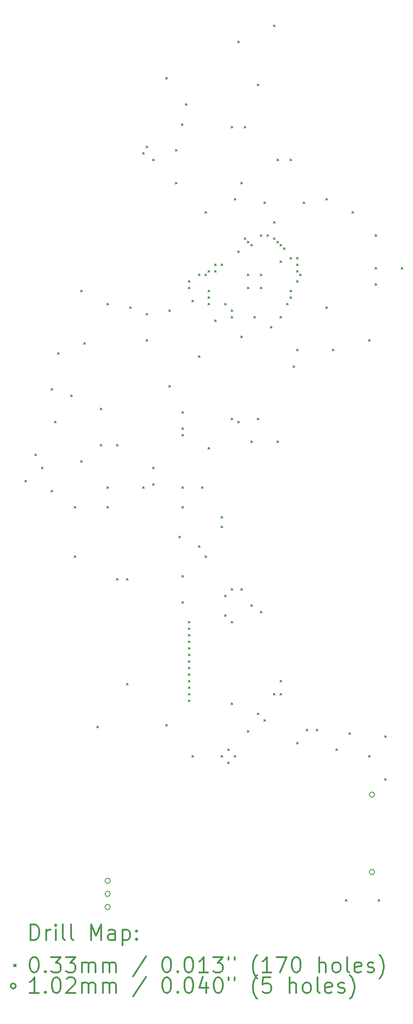
<source format=gbr>
%FSLAX45Y45*%
G04 Gerber Fmt 4.5, Leading zero omitted, Abs format (unit mm)*
G04 Created by KiCad (PCBNEW (5.1.5)-3) date 2020-02-08 22:33:45*
%MOMM*%
%LPD*%
G04 APERTURE LIST*
%ADD10C,0.200000*%
%ADD11C,0.300000*%
G04 APERTURE END LIST*
D10*
X8682990Y-11222990D02*
X8716010Y-11256010D01*
X8716010Y-11222990D02*
X8682990Y-11256010D01*
X8873490Y-10714990D02*
X8906510Y-10748010D01*
X8906510Y-10714990D02*
X8873490Y-10748010D01*
X9000490Y-10968990D02*
X9033510Y-11002010D01*
X9033510Y-10968990D02*
X9000490Y-11002010D01*
X9190990Y-9444990D02*
X9224010Y-9478010D01*
X9224010Y-9444990D02*
X9190990Y-9478010D01*
X9190990Y-11413490D02*
X9224010Y-11446510D01*
X9224010Y-11413490D02*
X9190990Y-11446510D01*
X9254490Y-10079990D02*
X9287510Y-10113010D01*
X9287510Y-10079990D02*
X9254490Y-10113010D01*
X9317990Y-8746490D02*
X9351010Y-8779510D01*
X9351010Y-8746490D02*
X9317990Y-8779510D01*
X9571990Y-9571990D02*
X9605010Y-9605010D01*
X9605010Y-9571990D02*
X9571990Y-9605010D01*
X9635490Y-11730990D02*
X9668510Y-11764010D01*
X9668510Y-11730990D02*
X9635490Y-11764010D01*
X9635490Y-12683490D02*
X9668510Y-12716510D01*
X9668510Y-12683490D02*
X9635490Y-12716510D01*
X9762490Y-7539990D02*
X9795510Y-7573010D01*
X9795510Y-7539990D02*
X9762490Y-7573010D01*
X9762490Y-10841990D02*
X9795510Y-10875010D01*
X9795510Y-10841990D02*
X9762490Y-10875010D01*
X9825990Y-8555990D02*
X9859010Y-8589010D01*
X9859010Y-8555990D02*
X9825990Y-8589010D01*
X10079990Y-15985490D02*
X10113010Y-16018510D01*
X10113010Y-15985490D02*
X10079990Y-16018510D01*
X10143490Y-9825990D02*
X10176510Y-9859010D01*
X10176510Y-9825990D02*
X10143490Y-9859010D01*
X10143490Y-10524490D02*
X10176510Y-10557510D01*
X10176510Y-10524490D02*
X10143490Y-10557510D01*
X10270490Y-7793990D02*
X10303510Y-7827010D01*
X10303510Y-7793990D02*
X10270490Y-7827010D01*
X10270490Y-11349990D02*
X10303510Y-11383010D01*
X10303510Y-11349990D02*
X10270490Y-11383010D01*
X10270490Y-11730990D02*
X10303510Y-11764010D01*
X10303510Y-11730990D02*
X10270490Y-11764010D01*
X10460990Y-10524490D02*
X10494010Y-10557510D01*
X10494010Y-10524490D02*
X10460990Y-10557510D01*
X10460990Y-13127990D02*
X10494010Y-13161010D01*
X10494010Y-13127990D02*
X10460990Y-13161010D01*
X10651490Y-13127990D02*
X10684510Y-13161010D01*
X10684510Y-13127990D02*
X10651490Y-13161010D01*
X10651490Y-15159990D02*
X10684510Y-15193010D01*
X10684510Y-15159990D02*
X10651490Y-15193010D01*
X10714990Y-7857490D02*
X10748010Y-7890510D01*
X10748010Y-7857490D02*
X10714990Y-7890510D01*
X10968990Y-4872990D02*
X11002010Y-4906010D01*
X11002010Y-4872990D02*
X10968990Y-4906010D01*
X10968990Y-11349990D02*
X11002010Y-11383010D01*
X11002010Y-11349990D02*
X10968990Y-11383010D01*
X11032490Y-4745990D02*
X11065510Y-4779010D01*
X11065510Y-4745990D02*
X11032490Y-4779010D01*
X11032490Y-7984490D02*
X11065510Y-8017510D01*
X11065510Y-7984490D02*
X11032490Y-8017510D01*
X11032490Y-8492490D02*
X11065510Y-8525510D01*
X11065510Y-8492490D02*
X11032490Y-8525510D01*
X11159490Y-4999990D02*
X11192510Y-5033010D01*
X11192510Y-4999990D02*
X11159490Y-5033010D01*
X11159490Y-10968990D02*
X11192510Y-11002010D01*
X11192510Y-10968990D02*
X11159490Y-11002010D01*
X11159490Y-11286490D02*
X11192510Y-11319510D01*
X11192510Y-11286490D02*
X11159490Y-11319510D01*
X11413490Y-3412490D02*
X11446510Y-3445510D01*
X11446510Y-3412490D02*
X11413490Y-3445510D01*
X11413490Y-15956490D02*
X11446510Y-15989510D01*
X11446510Y-15956490D02*
X11413490Y-15989510D01*
X11476990Y-7920990D02*
X11510010Y-7954010D01*
X11510010Y-7920990D02*
X11476990Y-7954010D01*
X11476990Y-9381490D02*
X11510010Y-9414510D01*
X11510010Y-9381490D02*
X11476990Y-9414510D01*
X11603990Y-4809490D02*
X11637010Y-4842510D01*
X11637010Y-4809490D02*
X11603990Y-4842510D01*
X11603990Y-5444490D02*
X11637010Y-5477510D01*
X11637010Y-5444490D02*
X11603990Y-5477510D01*
X11667490Y-12302490D02*
X11700510Y-12335510D01*
X11700510Y-12302490D02*
X11667490Y-12335510D01*
X11718290Y-4314190D02*
X11751310Y-4347210D01*
X11751310Y-4314190D02*
X11718290Y-4347210D01*
X11730990Y-9889490D02*
X11764010Y-9922510D01*
X11764010Y-9889490D02*
X11730990Y-9922510D01*
X11730990Y-10206990D02*
X11764010Y-10240010D01*
X11764010Y-10206990D02*
X11730990Y-10240010D01*
X11730990Y-10333990D02*
X11764010Y-10367010D01*
X11764010Y-10333990D02*
X11730990Y-10367010D01*
X11730990Y-11349990D02*
X11764010Y-11383010D01*
X11764010Y-11349990D02*
X11730990Y-11383010D01*
X11730990Y-11730990D02*
X11764010Y-11764010D01*
X11764010Y-11730990D02*
X11730990Y-11764010D01*
X11730990Y-13064490D02*
X11764010Y-13097510D01*
X11764010Y-13064490D02*
X11730990Y-13097510D01*
X11730990Y-13572490D02*
X11764010Y-13605510D01*
X11764010Y-13572490D02*
X11730990Y-13605510D01*
X11794490Y-3920490D02*
X11827510Y-3953510D01*
X11827510Y-3920490D02*
X11794490Y-3953510D01*
X11857990Y-7349490D02*
X11891010Y-7382510D01*
X11891010Y-7349490D02*
X11857990Y-7382510D01*
X11857990Y-7476490D02*
X11891010Y-7509510D01*
X11891010Y-7476490D02*
X11857990Y-7509510D01*
X11857990Y-13953490D02*
X11891010Y-13986510D01*
X11891010Y-13953490D02*
X11857990Y-13986510D01*
X11857990Y-14080490D02*
X11891010Y-14113510D01*
X11891010Y-14080490D02*
X11857990Y-14113510D01*
X11857990Y-14207490D02*
X11891010Y-14240510D01*
X11891010Y-14207490D02*
X11857990Y-14240510D01*
X11857990Y-14334490D02*
X11891010Y-14367510D01*
X11891010Y-14334490D02*
X11857990Y-14367510D01*
X11857990Y-14461490D02*
X11891010Y-14494510D01*
X11891010Y-14461490D02*
X11857990Y-14494510D01*
X11857990Y-14588490D02*
X11891010Y-14621510D01*
X11891010Y-14588490D02*
X11857990Y-14621510D01*
X11857990Y-14715490D02*
X11891010Y-14748510D01*
X11891010Y-14715490D02*
X11857990Y-14748510D01*
X11857990Y-14842490D02*
X11891010Y-14875510D01*
X11891010Y-14842490D02*
X11857990Y-14875510D01*
X11857990Y-14969490D02*
X11891010Y-15002510D01*
X11891010Y-14969490D02*
X11857990Y-15002510D01*
X11857990Y-15096490D02*
X11891010Y-15129510D01*
X11891010Y-15096490D02*
X11857990Y-15129510D01*
X11857990Y-15223490D02*
X11891010Y-15256510D01*
X11891010Y-15223490D02*
X11857990Y-15256510D01*
X11857990Y-15350490D02*
X11891010Y-15383510D01*
X11891010Y-15350490D02*
X11857990Y-15383510D01*
X11857990Y-15477490D02*
X11891010Y-15510510D01*
X11891010Y-15477490D02*
X11857990Y-15510510D01*
X11921490Y-7730490D02*
X11954510Y-7763510D01*
X11954510Y-7730490D02*
X11921490Y-7763510D01*
X11921490Y-16556990D02*
X11954510Y-16590010D01*
X11954510Y-16556990D02*
X11921490Y-16590010D01*
X12048490Y-7222490D02*
X12081510Y-7255510D01*
X12081510Y-7222490D02*
X12048490Y-7255510D01*
X12048490Y-8809990D02*
X12081510Y-8843010D01*
X12081510Y-8809990D02*
X12048490Y-8843010D01*
X12048490Y-12492990D02*
X12081510Y-12526010D01*
X12081510Y-12492990D02*
X12048490Y-12526010D01*
X12111990Y-11349990D02*
X12145010Y-11383010D01*
X12145010Y-11349990D02*
X12111990Y-11383010D01*
X12175490Y-6015990D02*
X12208510Y-6049010D01*
X12208510Y-6015990D02*
X12175490Y-6049010D01*
X12175490Y-7222490D02*
X12208510Y-7255510D01*
X12208510Y-7222490D02*
X12175490Y-7255510D01*
X12175490Y-12683490D02*
X12208510Y-12716510D01*
X12208510Y-12683490D02*
X12175490Y-12716510D01*
X12238990Y-7158990D02*
X12272010Y-7192010D01*
X12272010Y-7158990D02*
X12238990Y-7192010D01*
X12238990Y-7539990D02*
X12272010Y-7573010D01*
X12272010Y-7539990D02*
X12238990Y-7573010D01*
X12238990Y-7666990D02*
X12272010Y-7700010D01*
X12272010Y-7666990D02*
X12238990Y-7700010D01*
X12238990Y-7793990D02*
X12272010Y-7827010D01*
X12272010Y-7793990D02*
X12238990Y-7827010D01*
X12238990Y-10587990D02*
X12272010Y-10621010D01*
X12272010Y-10587990D02*
X12238990Y-10621010D01*
X12365990Y-7031990D02*
X12399010Y-7065010D01*
X12399010Y-7031990D02*
X12365990Y-7065010D01*
X12365990Y-7158990D02*
X12399010Y-7192010D01*
X12399010Y-7158990D02*
X12365990Y-7192010D01*
X12365990Y-8111490D02*
X12399010Y-8144510D01*
X12399010Y-8111490D02*
X12365990Y-8144510D01*
X12492990Y-7031990D02*
X12526010Y-7065010D01*
X12526010Y-7031990D02*
X12492990Y-7065010D01*
X12492990Y-11921490D02*
X12526010Y-11954510D01*
X12526010Y-11921490D02*
X12492990Y-11954510D01*
X12492990Y-12111990D02*
X12526010Y-12145010D01*
X12526010Y-12111990D02*
X12492990Y-12145010D01*
X12492990Y-16556990D02*
X12526010Y-16590010D01*
X12526010Y-16556990D02*
X12492990Y-16590010D01*
X12556490Y-7793990D02*
X12589510Y-7827010D01*
X12589510Y-7793990D02*
X12556490Y-7827010D01*
X12556490Y-13445490D02*
X12589510Y-13478510D01*
X12589510Y-13445490D02*
X12556490Y-13478510D01*
X12556490Y-13826490D02*
X12589510Y-13859510D01*
X12589510Y-13826490D02*
X12556490Y-13859510D01*
X12619990Y-16429990D02*
X12653010Y-16463010D01*
X12653010Y-16429990D02*
X12619990Y-16463010D01*
X12619990Y-16683990D02*
X12653010Y-16717010D01*
X12653010Y-16683990D02*
X12619990Y-16717010D01*
X12683490Y-4364990D02*
X12716510Y-4398010D01*
X12716510Y-4364990D02*
X12683490Y-4398010D01*
X12683490Y-7920990D02*
X12716510Y-7954010D01*
X12716510Y-7920990D02*
X12683490Y-7954010D01*
X12683490Y-8047990D02*
X12716510Y-8081010D01*
X12716510Y-8047990D02*
X12683490Y-8081010D01*
X12683490Y-10016490D02*
X12716510Y-10049510D01*
X12716510Y-10016490D02*
X12683490Y-10049510D01*
X12683490Y-13318490D02*
X12716510Y-13351510D01*
X12716510Y-13318490D02*
X12683490Y-13351510D01*
X12683490Y-13953490D02*
X12716510Y-13986510D01*
X12716510Y-13953490D02*
X12683490Y-13986510D01*
X12683490Y-15540990D02*
X12716510Y-15574010D01*
X12716510Y-15540990D02*
X12683490Y-15574010D01*
X12746990Y-5761990D02*
X12780010Y-5795010D01*
X12780010Y-5761990D02*
X12746990Y-5795010D01*
X12746990Y-16556990D02*
X12780010Y-16590010D01*
X12780010Y-16556990D02*
X12746990Y-16590010D01*
X12810490Y-2713990D02*
X12843510Y-2747010D01*
X12843510Y-2713990D02*
X12810490Y-2747010D01*
X12810490Y-6777990D02*
X12843510Y-6811010D01*
X12843510Y-6777990D02*
X12810490Y-6811010D01*
X12810490Y-10079990D02*
X12843510Y-10113010D01*
X12843510Y-10079990D02*
X12810490Y-10113010D01*
X12873990Y-5444490D02*
X12907010Y-5477510D01*
X12907010Y-5444490D02*
X12873990Y-5477510D01*
X12873990Y-8428990D02*
X12907010Y-8462010D01*
X12907010Y-8428990D02*
X12873990Y-8462010D01*
X12873990Y-13318490D02*
X12907010Y-13351510D01*
X12907010Y-13318490D02*
X12873990Y-13351510D01*
X12937490Y-4364990D02*
X12970510Y-4398010D01*
X12970510Y-4364990D02*
X12937490Y-4398010D01*
X12937490Y-6523990D02*
X12970510Y-6557010D01*
X12970510Y-6523990D02*
X12937490Y-6557010D01*
X13000990Y-6587490D02*
X13034010Y-6620510D01*
X13034010Y-6587490D02*
X13000990Y-6620510D01*
X13000990Y-7222490D02*
X13034010Y-7255510D01*
X13034010Y-7222490D02*
X13000990Y-7255510D01*
X13000990Y-7476490D02*
X13034010Y-7509510D01*
X13034010Y-7476490D02*
X13000990Y-7509510D01*
X13000990Y-16069924D02*
X13034010Y-16102944D01*
X13034010Y-16069924D02*
X13000990Y-16102944D01*
X13064490Y-6650990D02*
X13097510Y-6684010D01*
X13097510Y-6650990D02*
X13064490Y-6684010D01*
X13064490Y-10460990D02*
X13097510Y-10494010D01*
X13097510Y-10460990D02*
X13064490Y-10494010D01*
X13064490Y-13635990D02*
X13097510Y-13669010D01*
X13097510Y-13635990D02*
X13064490Y-13669010D01*
X13127990Y-8047990D02*
X13161010Y-8081010D01*
X13161010Y-8047990D02*
X13127990Y-8081010D01*
X13191490Y-3539490D02*
X13224510Y-3572510D01*
X13224510Y-3539490D02*
X13191490Y-3572510D01*
X13191490Y-10016490D02*
X13224510Y-10049510D01*
X13224510Y-10016490D02*
X13191490Y-10049510D01*
X13191490Y-15731490D02*
X13224510Y-15764510D01*
X13224510Y-15731490D02*
X13191490Y-15764510D01*
X13254990Y-6460490D02*
X13288010Y-6493510D01*
X13288010Y-6460490D02*
X13254990Y-6493510D01*
X13254990Y-7222490D02*
X13288010Y-7255510D01*
X13288010Y-7222490D02*
X13254990Y-7255510D01*
X13254990Y-7476490D02*
X13288010Y-7509510D01*
X13288010Y-7476490D02*
X13254990Y-7509510D01*
X13254990Y-13762990D02*
X13288010Y-13796010D01*
X13288010Y-13762990D02*
X13254990Y-13796010D01*
X13318490Y-5825490D02*
X13351510Y-5858510D01*
X13351510Y-5825490D02*
X13318490Y-5858510D01*
X13318490Y-15858490D02*
X13351510Y-15891510D01*
X13351510Y-15858490D02*
X13318490Y-15891510D01*
X13381990Y-6460490D02*
X13415010Y-6493510D01*
X13415010Y-6460490D02*
X13381990Y-6493510D01*
X13445490Y-8238490D02*
X13478510Y-8271510D01*
X13478510Y-8238490D02*
X13445490Y-8271510D01*
X13508990Y-2396490D02*
X13542010Y-2429510D01*
X13542010Y-2396490D02*
X13508990Y-2429510D01*
X13508990Y-6206490D02*
X13542010Y-6239510D01*
X13542010Y-6206490D02*
X13508990Y-6239510D01*
X13508990Y-6523990D02*
X13542010Y-6557010D01*
X13542010Y-6523990D02*
X13508990Y-6557010D01*
X13508990Y-15350490D02*
X13542010Y-15383510D01*
X13542010Y-15350490D02*
X13508990Y-15383510D01*
X13572490Y-4999990D02*
X13605510Y-5033010D01*
X13605510Y-4999990D02*
X13572490Y-5033010D01*
X13572490Y-6587490D02*
X13605510Y-6620510D01*
X13605510Y-6587490D02*
X13572490Y-6620510D01*
X13572490Y-10460990D02*
X13605510Y-10494010D01*
X13605510Y-10460990D02*
X13572490Y-10494010D01*
X13635990Y-6650990D02*
X13669010Y-6684010D01*
X13669010Y-6650990D02*
X13635990Y-6684010D01*
X13635990Y-6968490D02*
X13669010Y-7001510D01*
X13669010Y-6968490D02*
X13635990Y-7001510D01*
X13635990Y-8047990D02*
X13669010Y-8081010D01*
X13669010Y-8047990D02*
X13635990Y-8081010D01*
X13635990Y-15096490D02*
X13669010Y-15129510D01*
X13669010Y-15096490D02*
X13635990Y-15129510D01*
X13635990Y-15350490D02*
X13669010Y-15383510D01*
X13669010Y-15350490D02*
X13635990Y-15383510D01*
X13699490Y-6714490D02*
X13732510Y-6747510D01*
X13732510Y-6714490D02*
X13699490Y-6747510D01*
X13762990Y-7793990D02*
X13796010Y-7827010D01*
X13796010Y-7793990D02*
X13762990Y-7827010D01*
X13826490Y-4999990D02*
X13859510Y-5033010D01*
X13859510Y-4999990D02*
X13826490Y-5033010D01*
X13826490Y-6904990D02*
X13859510Y-6938010D01*
X13859510Y-6904990D02*
X13826490Y-6938010D01*
X13826490Y-7539990D02*
X13859510Y-7573010D01*
X13859510Y-7539990D02*
X13826490Y-7573010D01*
X13826490Y-7666990D02*
X13859510Y-7700010D01*
X13859510Y-7666990D02*
X13826490Y-7700010D01*
X13889990Y-9000490D02*
X13923010Y-9033510D01*
X13923010Y-9000490D02*
X13889990Y-9033510D01*
X13953490Y-6904990D02*
X13986510Y-6938010D01*
X13986510Y-6904990D02*
X13953490Y-6938010D01*
X13953490Y-7031990D02*
X13986510Y-7065010D01*
X13986510Y-7031990D02*
X13953490Y-7065010D01*
X13953490Y-7158990D02*
X13986510Y-7192010D01*
X13986510Y-7158990D02*
X13953490Y-7192010D01*
X13953490Y-7349490D02*
X13986510Y-7382510D01*
X13986510Y-7349490D02*
X13953490Y-7382510D01*
X13953490Y-8682990D02*
X13986510Y-8716010D01*
X13986510Y-8682990D02*
X13953490Y-8716010D01*
X13953490Y-16302990D02*
X13986510Y-16336010D01*
X13986510Y-16302990D02*
X13953490Y-16336010D01*
X14016990Y-7222490D02*
X14050010Y-7255510D01*
X14050010Y-7222490D02*
X14016990Y-7255510D01*
X14080490Y-5825490D02*
X14113510Y-5858510D01*
X14113510Y-5825490D02*
X14080490Y-5858510D01*
X14143990Y-16048990D02*
X14177010Y-16082010D01*
X14177010Y-16048990D02*
X14143990Y-16082010D01*
X14334490Y-16048990D02*
X14367510Y-16082010D01*
X14367510Y-16048990D02*
X14334490Y-16082010D01*
X14524990Y-5761990D02*
X14558010Y-5795010D01*
X14558010Y-5761990D02*
X14524990Y-5795010D01*
X14524990Y-7857490D02*
X14558010Y-7890510D01*
X14558010Y-7857490D02*
X14524990Y-7890510D01*
X14651990Y-8682990D02*
X14685010Y-8716010D01*
X14685010Y-8682990D02*
X14651990Y-8716010D01*
X14715490Y-16429990D02*
X14748510Y-16463010D01*
X14748510Y-16429990D02*
X14715490Y-16463010D01*
X14905990Y-19350990D02*
X14939010Y-19384010D01*
X14939010Y-19350990D02*
X14905990Y-19384010D01*
X14969490Y-16112490D02*
X15002510Y-16145510D01*
X15002510Y-16112490D02*
X14969490Y-16145510D01*
X15032990Y-6015990D02*
X15066010Y-6049010D01*
X15066010Y-6015990D02*
X15032990Y-6049010D01*
X15350490Y-8492490D02*
X15383510Y-8525510D01*
X15383510Y-8492490D02*
X15350490Y-8525510D01*
X15350490Y-16556990D02*
X15383510Y-16590010D01*
X15383510Y-16556990D02*
X15350490Y-16590010D01*
X15477490Y-6460490D02*
X15510510Y-6493510D01*
X15510510Y-6460490D02*
X15477490Y-6493510D01*
X15477490Y-7095490D02*
X15510510Y-7128510D01*
X15510510Y-7095490D02*
X15477490Y-7128510D01*
X15477490Y-7412990D02*
X15510510Y-7446010D01*
X15510510Y-7412990D02*
X15477490Y-7446010D01*
X15540990Y-19350990D02*
X15574010Y-19384010D01*
X15574010Y-19350990D02*
X15540990Y-19384010D01*
X15667990Y-16175990D02*
X15701010Y-16209010D01*
X15701010Y-16175990D02*
X15667990Y-16209010D01*
X15667990Y-17001490D02*
X15701010Y-17034510D01*
X15701010Y-17001490D02*
X15667990Y-17034510D01*
X15985490Y-7095490D02*
X16018510Y-7128510D01*
X16018510Y-7095490D02*
X15985490Y-7128510D01*
X15468600Y-17317720D02*
G75*
G03X15468600Y-17317720I-50800J0D01*
G01*
X15468600Y-18816320D02*
G75*
G03X15468600Y-18816320I-50800J0D01*
G01*
X10337800Y-18986500D02*
G75*
G03X10337800Y-18986500I-50800J0D01*
G01*
X10337800Y-19240500D02*
G75*
G03X10337800Y-19240500I-50800J0D01*
G01*
X10337800Y-19494500D02*
G75*
G03X10337800Y-19494500I-50800J0D01*
G01*
D11*
X8791439Y-20134714D02*
X8791439Y-19834714D01*
X8862867Y-19834714D01*
X8905724Y-19849000D01*
X8934296Y-19877572D01*
X8948582Y-19906143D01*
X8962867Y-19963286D01*
X8962867Y-20006143D01*
X8948582Y-20063286D01*
X8934296Y-20091857D01*
X8905724Y-20120429D01*
X8862867Y-20134714D01*
X8791439Y-20134714D01*
X9091439Y-20134714D02*
X9091439Y-19934714D01*
X9091439Y-19991857D02*
X9105724Y-19963286D01*
X9120010Y-19949000D01*
X9148582Y-19934714D01*
X9177153Y-19934714D01*
X9277153Y-20134714D02*
X9277153Y-19934714D01*
X9277153Y-19834714D02*
X9262867Y-19849000D01*
X9277153Y-19863286D01*
X9291439Y-19849000D01*
X9277153Y-19834714D01*
X9277153Y-19863286D01*
X9462867Y-20134714D02*
X9434296Y-20120429D01*
X9420010Y-20091857D01*
X9420010Y-19834714D01*
X9620010Y-20134714D02*
X9591439Y-20120429D01*
X9577153Y-20091857D01*
X9577153Y-19834714D01*
X9962867Y-20134714D02*
X9962867Y-19834714D01*
X10062867Y-20049000D01*
X10162867Y-19834714D01*
X10162867Y-20134714D01*
X10434296Y-20134714D02*
X10434296Y-19977572D01*
X10420010Y-19949000D01*
X10391439Y-19934714D01*
X10334296Y-19934714D01*
X10305724Y-19949000D01*
X10434296Y-20120429D02*
X10405724Y-20134714D01*
X10334296Y-20134714D01*
X10305724Y-20120429D01*
X10291439Y-20091857D01*
X10291439Y-20063286D01*
X10305724Y-20034714D01*
X10334296Y-20020429D01*
X10405724Y-20020429D01*
X10434296Y-20006143D01*
X10577153Y-19934714D02*
X10577153Y-20234714D01*
X10577153Y-19949000D02*
X10605724Y-19934714D01*
X10662867Y-19934714D01*
X10691439Y-19949000D01*
X10705724Y-19963286D01*
X10720010Y-19991857D01*
X10720010Y-20077572D01*
X10705724Y-20106143D01*
X10691439Y-20120429D01*
X10662867Y-20134714D01*
X10605724Y-20134714D01*
X10577153Y-20120429D01*
X10848582Y-20106143D02*
X10862867Y-20120429D01*
X10848582Y-20134714D01*
X10834296Y-20120429D01*
X10848582Y-20106143D01*
X10848582Y-20134714D01*
X10848582Y-19949000D02*
X10862867Y-19963286D01*
X10848582Y-19977572D01*
X10834296Y-19963286D01*
X10848582Y-19949000D01*
X10848582Y-19977572D01*
X8471990Y-20612490D02*
X8505010Y-20645510D01*
X8505010Y-20612490D02*
X8471990Y-20645510D01*
X8848582Y-20464714D02*
X8877153Y-20464714D01*
X8905724Y-20479000D01*
X8920010Y-20493286D01*
X8934296Y-20521857D01*
X8948582Y-20579000D01*
X8948582Y-20650429D01*
X8934296Y-20707572D01*
X8920010Y-20736143D01*
X8905724Y-20750429D01*
X8877153Y-20764714D01*
X8848582Y-20764714D01*
X8820010Y-20750429D01*
X8805724Y-20736143D01*
X8791439Y-20707572D01*
X8777153Y-20650429D01*
X8777153Y-20579000D01*
X8791439Y-20521857D01*
X8805724Y-20493286D01*
X8820010Y-20479000D01*
X8848582Y-20464714D01*
X9077153Y-20736143D02*
X9091439Y-20750429D01*
X9077153Y-20764714D01*
X9062867Y-20750429D01*
X9077153Y-20736143D01*
X9077153Y-20764714D01*
X9191439Y-20464714D02*
X9377153Y-20464714D01*
X9277153Y-20579000D01*
X9320010Y-20579000D01*
X9348582Y-20593286D01*
X9362867Y-20607572D01*
X9377153Y-20636143D01*
X9377153Y-20707572D01*
X9362867Y-20736143D01*
X9348582Y-20750429D01*
X9320010Y-20764714D01*
X9234296Y-20764714D01*
X9205724Y-20750429D01*
X9191439Y-20736143D01*
X9477153Y-20464714D02*
X9662867Y-20464714D01*
X9562867Y-20579000D01*
X9605724Y-20579000D01*
X9634296Y-20593286D01*
X9648582Y-20607572D01*
X9662867Y-20636143D01*
X9662867Y-20707572D01*
X9648582Y-20736143D01*
X9634296Y-20750429D01*
X9605724Y-20764714D01*
X9520010Y-20764714D01*
X9491439Y-20750429D01*
X9477153Y-20736143D01*
X9791439Y-20764714D02*
X9791439Y-20564714D01*
X9791439Y-20593286D02*
X9805724Y-20579000D01*
X9834296Y-20564714D01*
X9877153Y-20564714D01*
X9905724Y-20579000D01*
X9920010Y-20607572D01*
X9920010Y-20764714D01*
X9920010Y-20607572D02*
X9934296Y-20579000D01*
X9962867Y-20564714D01*
X10005724Y-20564714D01*
X10034296Y-20579000D01*
X10048582Y-20607572D01*
X10048582Y-20764714D01*
X10191439Y-20764714D02*
X10191439Y-20564714D01*
X10191439Y-20593286D02*
X10205724Y-20579000D01*
X10234296Y-20564714D01*
X10277153Y-20564714D01*
X10305724Y-20579000D01*
X10320010Y-20607572D01*
X10320010Y-20764714D01*
X10320010Y-20607572D02*
X10334296Y-20579000D01*
X10362867Y-20564714D01*
X10405724Y-20564714D01*
X10434296Y-20579000D01*
X10448582Y-20607572D01*
X10448582Y-20764714D01*
X11034296Y-20450429D02*
X10777153Y-20836143D01*
X11420010Y-20464714D02*
X11448582Y-20464714D01*
X11477153Y-20479000D01*
X11491439Y-20493286D01*
X11505724Y-20521857D01*
X11520010Y-20579000D01*
X11520010Y-20650429D01*
X11505724Y-20707572D01*
X11491439Y-20736143D01*
X11477153Y-20750429D01*
X11448582Y-20764714D01*
X11420010Y-20764714D01*
X11391439Y-20750429D01*
X11377153Y-20736143D01*
X11362867Y-20707572D01*
X11348582Y-20650429D01*
X11348582Y-20579000D01*
X11362867Y-20521857D01*
X11377153Y-20493286D01*
X11391439Y-20479000D01*
X11420010Y-20464714D01*
X11648582Y-20736143D02*
X11662867Y-20750429D01*
X11648582Y-20764714D01*
X11634296Y-20750429D01*
X11648582Y-20736143D01*
X11648582Y-20764714D01*
X11848582Y-20464714D02*
X11877153Y-20464714D01*
X11905724Y-20479000D01*
X11920010Y-20493286D01*
X11934296Y-20521857D01*
X11948582Y-20579000D01*
X11948582Y-20650429D01*
X11934296Y-20707572D01*
X11920010Y-20736143D01*
X11905724Y-20750429D01*
X11877153Y-20764714D01*
X11848582Y-20764714D01*
X11820010Y-20750429D01*
X11805724Y-20736143D01*
X11791439Y-20707572D01*
X11777153Y-20650429D01*
X11777153Y-20579000D01*
X11791439Y-20521857D01*
X11805724Y-20493286D01*
X11820010Y-20479000D01*
X11848582Y-20464714D01*
X12234296Y-20764714D02*
X12062867Y-20764714D01*
X12148582Y-20764714D02*
X12148582Y-20464714D01*
X12120010Y-20507572D01*
X12091439Y-20536143D01*
X12062867Y-20550429D01*
X12334296Y-20464714D02*
X12520010Y-20464714D01*
X12420010Y-20579000D01*
X12462867Y-20579000D01*
X12491439Y-20593286D01*
X12505724Y-20607572D01*
X12520010Y-20636143D01*
X12520010Y-20707572D01*
X12505724Y-20736143D01*
X12491439Y-20750429D01*
X12462867Y-20764714D01*
X12377153Y-20764714D01*
X12348582Y-20750429D01*
X12334296Y-20736143D01*
X12634296Y-20464714D02*
X12634296Y-20521857D01*
X12748582Y-20464714D02*
X12748582Y-20521857D01*
X13191439Y-20879000D02*
X13177153Y-20864714D01*
X13148582Y-20821857D01*
X13134296Y-20793286D01*
X13120010Y-20750429D01*
X13105724Y-20679000D01*
X13105724Y-20621857D01*
X13120010Y-20550429D01*
X13134296Y-20507572D01*
X13148582Y-20479000D01*
X13177153Y-20436143D01*
X13191439Y-20421857D01*
X13462867Y-20764714D02*
X13291439Y-20764714D01*
X13377153Y-20764714D02*
X13377153Y-20464714D01*
X13348582Y-20507572D01*
X13320010Y-20536143D01*
X13291439Y-20550429D01*
X13562867Y-20464714D02*
X13762867Y-20464714D01*
X13634296Y-20764714D01*
X13934296Y-20464714D02*
X13962867Y-20464714D01*
X13991439Y-20479000D01*
X14005724Y-20493286D01*
X14020010Y-20521857D01*
X14034296Y-20579000D01*
X14034296Y-20650429D01*
X14020010Y-20707572D01*
X14005724Y-20736143D01*
X13991439Y-20750429D01*
X13962867Y-20764714D01*
X13934296Y-20764714D01*
X13905724Y-20750429D01*
X13891439Y-20736143D01*
X13877153Y-20707572D01*
X13862867Y-20650429D01*
X13862867Y-20579000D01*
X13877153Y-20521857D01*
X13891439Y-20493286D01*
X13905724Y-20479000D01*
X13934296Y-20464714D01*
X14391439Y-20764714D02*
X14391439Y-20464714D01*
X14520010Y-20764714D02*
X14520010Y-20607572D01*
X14505724Y-20579000D01*
X14477153Y-20564714D01*
X14434296Y-20564714D01*
X14405724Y-20579000D01*
X14391439Y-20593286D01*
X14705724Y-20764714D02*
X14677153Y-20750429D01*
X14662867Y-20736143D01*
X14648582Y-20707572D01*
X14648582Y-20621857D01*
X14662867Y-20593286D01*
X14677153Y-20579000D01*
X14705724Y-20564714D01*
X14748582Y-20564714D01*
X14777153Y-20579000D01*
X14791439Y-20593286D01*
X14805724Y-20621857D01*
X14805724Y-20707572D01*
X14791439Y-20736143D01*
X14777153Y-20750429D01*
X14748582Y-20764714D01*
X14705724Y-20764714D01*
X14977153Y-20764714D02*
X14948582Y-20750429D01*
X14934296Y-20721857D01*
X14934296Y-20464714D01*
X15205724Y-20750429D02*
X15177153Y-20764714D01*
X15120010Y-20764714D01*
X15091439Y-20750429D01*
X15077153Y-20721857D01*
X15077153Y-20607572D01*
X15091439Y-20579000D01*
X15120010Y-20564714D01*
X15177153Y-20564714D01*
X15205724Y-20579000D01*
X15220010Y-20607572D01*
X15220010Y-20636143D01*
X15077153Y-20664714D01*
X15334296Y-20750429D02*
X15362867Y-20764714D01*
X15420010Y-20764714D01*
X15448582Y-20750429D01*
X15462867Y-20721857D01*
X15462867Y-20707572D01*
X15448582Y-20679000D01*
X15420010Y-20664714D01*
X15377153Y-20664714D01*
X15348582Y-20650429D01*
X15334296Y-20621857D01*
X15334296Y-20607572D01*
X15348582Y-20579000D01*
X15377153Y-20564714D01*
X15420010Y-20564714D01*
X15448582Y-20579000D01*
X15562867Y-20879000D02*
X15577153Y-20864714D01*
X15605724Y-20821857D01*
X15620010Y-20793286D01*
X15634296Y-20750429D01*
X15648582Y-20679000D01*
X15648582Y-20621857D01*
X15634296Y-20550429D01*
X15620010Y-20507572D01*
X15605724Y-20479000D01*
X15577153Y-20436143D01*
X15562867Y-20421857D01*
X8505010Y-21025000D02*
G75*
G03X8505010Y-21025000I-50800J0D01*
G01*
X8948582Y-21160714D02*
X8777153Y-21160714D01*
X8862867Y-21160714D02*
X8862867Y-20860714D01*
X8834296Y-20903572D01*
X8805724Y-20932143D01*
X8777153Y-20946429D01*
X9077153Y-21132143D02*
X9091439Y-21146429D01*
X9077153Y-21160714D01*
X9062867Y-21146429D01*
X9077153Y-21132143D01*
X9077153Y-21160714D01*
X9277153Y-20860714D02*
X9305724Y-20860714D01*
X9334296Y-20875000D01*
X9348582Y-20889286D01*
X9362867Y-20917857D01*
X9377153Y-20975000D01*
X9377153Y-21046429D01*
X9362867Y-21103572D01*
X9348582Y-21132143D01*
X9334296Y-21146429D01*
X9305724Y-21160714D01*
X9277153Y-21160714D01*
X9248582Y-21146429D01*
X9234296Y-21132143D01*
X9220010Y-21103572D01*
X9205724Y-21046429D01*
X9205724Y-20975000D01*
X9220010Y-20917857D01*
X9234296Y-20889286D01*
X9248582Y-20875000D01*
X9277153Y-20860714D01*
X9491439Y-20889286D02*
X9505724Y-20875000D01*
X9534296Y-20860714D01*
X9605724Y-20860714D01*
X9634296Y-20875000D01*
X9648582Y-20889286D01*
X9662867Y-20917857D01*
X9662867Y-20946429D01*
X9648582Y-20989286D01*
X9477153Y-21160714D01*
X9662867Y-21160714D01*
X9791439Y-21160714D02*
X9791439Y-20960714D01*
X9791439Y-20989286D02*
X9805724Y-20975000D01*
X9834296Y-20960714D01*
X9877153Y-20960714D01*
X9905724Y-20975000D01*
X9920010Y-21003572D01*
X9920010Y-21160714D01*
X9920010Y-21003572D02*
X9934296Y-20975000D01*
X9962867Y-20960714D01*
X10005724Y-20960714D01*
X10034296Y-20975000D01*
X10048582Y-21003572D01*
X10048582Y-21160714D01*
X10191439Y-21160714D02*
X10191439Y-20960714D01*
X10191439Y-20989286D02*
X10205724Y-20975000D01*
X10234296Y-20960714D01*
X10277153Y-20960714D01*
X10305724Y-20975000D01*
X10320010Y-21003572D01*
X10320010Y-21160714D01*
X10320010Y-21003572D02*
X10334296Y-20975000D01*
X10362867Y-20960714D01*
X10405724Y-20960714D01*
X10434296Y-20975000D01*
X10448582Y-21003572D01*
X10448582Y-21160714D01*
X11034296Y-20846429D02*
X10777153Y-21232143D01*
X11420010Y-20860714D02*
X11448582Y-20860714D01*
X11477153Y-20875000D01*
X11491439Y-20889286D01*
X11505724Y-20917857D01*
X11520010Y-20975000D01*
X11520010Y-21046429D01*
X11505724Y-21103572D01*
X11491439Y-21132143D01*
X11477153Y-21146429D01*
X11448582Y-21160714D01*
X11420010Y-21160714D01*
X11391439Y-21146429D01*
X11377153Y-21132143D01*
X11362867Y-21103572D01*
X11348582Y-21046429D01*
X11348582Y-20975000D01*
X11362867Y-20917857D01*
X11377153Y-20889286D01*
X11391439Y-20875000D01*
X11420010Y-20860714D01*
X11648582Y-21132143D02*
X11662867Y-21146429D01*
X11648582Y-21160714D01*
X11634296Y-21146429D01*
X11648582Y-21132143D01*
X11648582Y-21160714D01*
X11848582Y-20860714D02*
X11877153Y-20860714D01*
X11905724Y-20875000D01*
X11920010Y-20889286D01*
X11934296Y-20917857D01*
X11948582Y-20975000D01*
X11948582Y-21046429D01*
X11934296Y-21103572D01*
X11920010Y-21132143D01*
X11905724Y-21146429D01*
X11877153Y-21160714D01*
X11848582Y-21160714D01*
X11820010Y-21146429D01*
X11805724Y-21132143D01*
X11791439Y-21103572D01*
X11777153Y-21046429D01*
X11777153Y-20975000D01*
X11791439Y-20917857D01*
X11805724Y-20889286D01*
X11820010Y-20875000D01*
X11848582Y-20860714D01*
X12205724Y-20960714D02*
X12205724Y-21160714D01*
X12134296Y-20846429D02*
X12062867Y-21060714D01*
X12248582Y-21060714D01*
X12420010Y-20860714D02*
X12448582Y-20860714D01*
X12477153Y-20875000D01*
X12491439Y-20889286D01*
X12505724Y-20917857D01*
X12520010Y-20975000D01*
X12520010Y-21046429D01*
X12505724Y-21103572D01*
X12491439Y-21132143D01*
X12477153Y-21146429D01*
X12448582Y-21160714D01*
X12420010Y-21160714D01*
X12391439Y-21146429D01*
X12377153Y-21132143D01*
X12362867Y-21103572D01*
X12348582Y-21046429D01*
X12348582Y-20975000D01*
X12362867Y-20917857D01*
X12377153Y-20889286D01*
X12391439Y-20875000D01*
X12420010Y-20860714D01*
X12634296Y-20860714D02*
X12634296Y-20917857D01*
X12748582Y-20860714D02*
X12748582Y-20917857D01*
X13191439Y-21275000D02*
X13177153Y-21260714D01*
X13148582Y-21217857D01*
X13134296Y-21189286D01*
X13120010Y-21146429D01*
X13105724Y-21075000D01*
X13105724Y-21017857D01*
X13120010Y-20946429D01*
X13134296Y-20903572D01*
X13148582Y-20875000D01*
X13177153Y-20832143D01*
X13191439Y-20817857D01*
X13448582Y-20860714D02*
X13305724Y-20860714D01*
X13291439Y-21003572D01*
X13305724Y-20989286D01*
X13334296Y-20975000D01*
X13405724Y-20975000D01*
X13434296Y-20989286D01*
X13448582Y-21003572D01*
X13462867Y-21032143D01*
X13462867Y-21103572D01*
X13448582Y-21132143D01*
X13434296Y-21146429D01*
X13405724Y-21160714D01*
X13334296Y-21160714D01*
X13305724Y-21146429D01*
X13291439Y-21132143D01*
X13820010Y-21160714D02*
X13820010Y-20860714D01*
X13948582Y-21160714D02*
X13948582Y-21003572D01*
X13934296Y-20975000D01*
X13905724Y-20960714D01*
X13862867Y-20960714D01*
X13834296Y-20975000D01*
X13820010Y-20989286D01*
X14134296Y-21160714D02*
X14105724Y-21146429D01*
X14091439Y-21132143D01*
X14077153Y-21103572D01*
X14077153Y-21017857D01*
X14091439Y-20989286D01*
X14105724Y-20975000D01*
X14134296Y-20960714D01*
X14177153Y-20960714D01*
X14205724Y-20975000D01*
X14220010Y-20989286D01*
X14234296Y-21017857D01*
X14234296Y-21103572D01*
X14220010Y-21132143D01*
X14205724Y-21146429D01*
X14177153Y-21160714D01*
X14134296Y-21160714D01*
X14405724Y-21160714D02*
X14377153Y-21146429D01*
X14362867Y-21117857D01*
X14362867Y-20860714D01*
X14634296Y-21146429D02*
X14605724Y-21160714D01*
X14548582Y-21160714D01*
X14520010Y-21146429D01*
X14505724Y-21117857D01*
X14505724Y-21003572D01*
X14520010Y-20975000D01*
X14548582Y-20960714D01*
X14605724Y-20960714D01*
X14634296Y-20975000D01*
X14648582Y-21003572D01*
X14648582Y-21032143D01*
X14505724Y-21060714D01*
X14762867Y-21146429D02*
X14791439Y-21160714D01*
X14848582Y-21160714D01*
X14877153Y-21146429D01*
X14891439Y-21117857D01*
X14891439Y-21103572D01*
X14877153Y-21075000D01*
X14848582Y-21060714D01*
X14805724Y-21060714D01*
X14777153Y-21046429D01*
X14762867Y-21017857D01*
X14762867Y-21003572D01*
X14777153Y-20975000D01*
X14805724Y-20960714D01*
X14848582Y-20960714D01*
X14877153Y-20975000D01*
X14991439Y-21275000D02*
X15005724Y-21260714D01*
X15034296Y-21217857D01*
X15048582Y-21189286D01*
X15062867Y-21146429D01*
X15077153Y-21075000D01*
X15077153Y-21017857D01*
X15062867Y-20946429D01*
X15048582Y-20903572D01*
X15034296Y-20875000D01*
X15005724Y-20832143D01*
X14991439Y-20817857D01*
M02*

</source>
